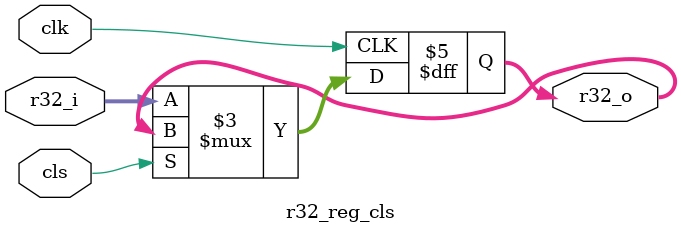
<source format=v>

module add32(
        input [31:0]d_i,
        output [31:0]d_o
    );
    assign d_o = d_i + 4;
endmodule


module jack(
        input [31:0] ins_i ,
        output [4:0] rs_o,
        output [4:0] rt_o,
        output [4:0] rd_o
    );
    assign rs_o = ins_i[25:21];
    assign rt_o = ins_i[20:16];
    assign rd_o = ins_i[15:11];
endmodule



`define  WB_ALU    0
`define WB_MEM     1
`define  WB_NOP    0


module wb_mux(
        input [31:0]alu_i,
        input [31:0]dmem_i,
        input sel,
        output [31:0]wb_o
    );

    assign wb_o = (sel==`WB_MEM)?dmem_i:alu_i;

endmodule

module or32(
    input [31:0]a,
    input [31:0]b,
    output [31:0]c
    );
    
    assign c = a|b ;

endmodule

`define RD_RD   1
`define RD_RT   2
`define RD_R31 3
`define RD_NOP 0
`define RD_ZR 0

module rd_sel(
        input [4:0]rd_i,
        input [4:0]rt_i,
        input[1:0] ctl,
        output reg [4:0]rd_o
    );

    always @(*)
    case (ctl)
        `RD_RD:rd_o=rd_i;
        `RD_RT:rd_o=rt_i;
        `RD_R31:rd_o='d31;
        default :
            rd_o=0;
    endcase

endmodule

//these modules below are genated automaticly by a software written in C language...

`define EXT_CTL_LEN 3
`define RD_SEL_LEN 2
`define CMP_CTL_LEN 3
`define PC_GEN_CTL_LEN 3
`define FSM_CTL_LEN 3
`define MUXA_CTL_LEN 2
`define MUXB_CTL_LEN 2
`define ALU_FUNC_LEN 5
`define ALU_WE_LEN 1
`define DMEM_CTL_LEN 4
`define WB_MUX_CTL_LEN 1
`define WB_WE_LEN 1	
`define INS_LEN 32
`define PC_LEN 32
`define SPC_LEN 32	 
`define R32_LEN 32
`define R5_LEN 5		
`define R1_LEN 1
`define R2_LEN 2
`define R3_LEN 3
`define R4_LEN 4

module ext_ctl_reg_clr_cls(input[`EXT_CTL_LEN-1:0] ext_ctl_i,output reg[`EXT_CTL_LEN-1:0] ext_ctl_o,input clk,input clr,input cls);always@(posedge clk)if(clr) ext_ctl_o<=0;else if(cls)ext_ctl_o<=ext_ctl_o;else ext_ctl_o<=ext_ctl_i;endmodule
module rd_sel_reg_clr_cls(input[`RD_SEL_LEN-1:0] rd_sel_i,output reg[`RD_SEL_LEN-1:0] rd_sel_o,input clk,input clr,input cls);always@(posedge clk)if(clr) rd_sel_o<=0;else if(cls)rd_sel_o<=rd_sel_o;else rd_sel_o<=rd_sel_i;endmodule
module cmp_ctl_reg_clr_cls(input[`CMP_CTL_LEN-1:0] cmp_ctl_i,output reg[`CMP_CTL_LEN-1:0] cmp_ctl_o,input clk,input clr,input cls);always@(posedge clk)if(clr) cmp_ctl_o<=0;else if(cls)cmp_ctl_o<=cmp_ctl_o;else cmp_ctl_o<=cmp_ctl_i;endmodule
module pc_gen_ctl_reg_clr_cls(input[`PC_GEN_CTL_LEN-1:0] pc_gen_ctl_i,output reg[`PC_GEN_CTL_LEN-1:0] pc_gen_ctl_o,input clk,input clr,input cls);always@(posedge clk)if(clr) pc_gen_ctl_o<=0;else if(cls)pc_gen_ctl_o<=pc_gen_ctl_o;else pc_gen_ctl_o<=pc_gen_ctl_i;endmodule
module fsm_ctl_reg_clr_cls(input[`FSM_CTL_LEN-1:0] fsm_ctl_i,output reg[`FSM_CTL_LEN-1:0] fsm_ctl_o,input clk,input clr,input cls);always@(posedge clk)if(clr) fsm_ctl_o<=0;else if(cls)fsm_ctl_o<=fsm_ctl_o;else fsm_ctl_o<=fsm_ctl_i;endmodule
module muxa_ctl_reg_clr_cls(input[`MUXA_CTL_LEN-1:0] muxa_ctl_i,output reg[`MUXA_CTL_LEN-1:0] muxa_ctl_o,input clk,input clr,input cls);always@(posedge clk)if(clr) muxa_ctl_o<=0;else if(cls)muxa_ctl_o<=muxa_ctl_o;else muxa_ctl_o<=muxa_ctl_i;endmodule
module muxb_ctl_reg_clr_cls(input[`MUXB_CTL_LEN-1:0] muxb_ctl_i,output reg[`MUXB_CTL_LEN-1:0] muxb_ctl_o,input clk,input clr,input cls);always@(posedge clk)if(clr) muxb_ctl_o<=0;else if(cls)muxb_ctl_o<=muxb_ctl_o;else muxb_ctl_o<=muxb_ctl_i;endmodule
module alu_func_reg_clr_cls(input[`ALU_FUNC_LEN-1:0] alu_func_i,output reg[`ALU_FUNC_LEN-1:0] alu_func_o,input clk,input clr,input cls);always@(posedge clk)if(clr) alu_func_o<=0;else if(cls)alu_func_o<=alu_func_o;else alu_func_o<=alu_func_i;endmodule
module alu_we_reg_clr_cls(input[`ALU_WE_LEN-1:0] alu_we_i,output reg[`ALU_WE_LEN-1:0] alu_we_o,input clk,input clr,input cls);always@(posedge clk)if(clr) alu_we_o<=0;else if(cls)alu_we_o<=alu_we_o;else alu_we_o<=alu_we_i;endmodule
module dmem_ctl_reg_clr_cls(input[`DMEM_CTL_LEN-1:0] dmem_ctl_i,output reg[`DMEM_CTL_LEN-1:0] dmem_ctl_o,input clk,input clr,input cls);always@(posedge clk)if(clr) dmem_ctl_o<=0;else if(cls)dmem_ctl_o<=dmem_ctl_o;else dmem_ctl_o<=dmem_ctl_i;endmodule
module wb_mux_ctl_reg_clr_cls(input[`WB_MUX_CTL_LEN-1:0] wb_mux_ctl_i,output reg[`WB_MUX_CTL_LEN-1:0] wb_mux_ctl_o,input clk,input clr,input cls);always@(posedge clk)if(clr) wb_mux_ctl_o<=0;else if(cls)wb_mux_ctl_o<=wb_mux_ctl_o;else wb_mux_ctl_o<=wb_mux_ctl_i;endmodule
module wb_we_reg_clr_cls(input[`WB_WE_LEN-1:0] wb_we_i,output reg[`WB_WE_LEN-1:0] wb_we_o,input clk,input clr,input cls);always@(posedge clk)if(clr) wb_we_o<=0;else if(cls)wb_we_o<=wb_we_o;else wb_we_o<=wb_we_i;endmodule
module ins_reg_clr_cls(input[`INS_LEN-1:0] ins_i,output reg[`INS_LEN-1:0] ins_o,input clk,input clr,input cls);always@(posedge clk)if(clr) ins_o<=0;else if(cls)ins_o<=ins_o;else ins_o<=ins_i;endmodule
module pc_reg_clr_cls(input[`PC_LEN-1:0] pc_i,output reg[`PC_LEN-1:0] pc_o,input clk,input clr,input cls);always@(posedge clk)if(clr) pc_o<=0;else if(cls)pc_o<=pc_o;else pc_o<=pc_i;endmodule
module spc_reg_clr_cls(input[`SPC_LEN-1:0] spc_i,output reg[`SPC_LEN-1:0] spc_o,input clk,input clr,input cls);always@(posedge clk)if(clr) spc_o<=0;else if(cls)spc_o<=spc_o;else spc_o<=spc_i;endmodule
module r1_reg_clr_cls(input[`R1_LEN-1:0] r1_i,output reg[`R1_LEN-1:0] r1_o,input clk,input clr,input cls);always@(posedge clk)if(clr) r1_o<=0;else if(cls)r1_o<=r1_o;else r1_o<=r1_i;endmodule
module r2_reg_clr_cls(input[`R2_LEN-1:0] r2_i,output reg[`R2_LEN-1:0] r2_o,input clk,input clr,input cls);always@(posedge clk)if(clr) r2_o<=0;else if(cls)r2_o<=r2_o;else r2_o<=r2_i;endmodule
module r3_reg_clr_cls(input[`R3_LEN-1:0] r3_i,output reg[`R3_LEN-1:0] r3_o,input clk,input clr,input cls);always@(posedge clk)if(clr) r3_o<=0;else if(cls)r3_o<=r3_o;else r3_o<=r3_i;endmodule
module r4_reg_clr_cls(input[`R4_LEN-1:0] r4_i,output reg[`R4_LEN-1:0] r4_o,input clk,input clr,input cls);always@(posedge clk)if(clr) r4_o<=0;else if(cls)r4_o<=r4_o;else r4_o<=r4_i;endmodule
module r5_reg_clr_cls(input[`R5_LEN-1:0] r5_i,output reg[`R5_LEN-1:0] r5_o,input clk,input clr,input cls);always@(posedge clk)if(clr) r5_o<=0;else if(cls)r5_o<=r5_o;else r5_o<=r5_i;endmodule
module r32_reg_clr_cls(input[`R32_LEN-1:0] r32_i,output reg[`R32_LEN-1:0] r32_o,input clk,input clr,input cls);always@(posedge clk)if(clr) r32_o<=0;else if(cls)r32_o<=r32_o;else r32_o<=r32_i;endmodule


module ext_ctl_reg_clr(input[`EXT_CTL_LEN-1:0] ext_ctl_i,output reg[`EXT_CTL_LEN-1:0] ext_ctl_o,input clk,input clr);always@(posedge clk)if(clr)ext_ctl_o<=0;else ext_ctl_o<=ext_ctl_i;endmodule
module rd_sel_reg_clr(input[`RD_SEL_LEN-1:0] rd_sel_i,output reg[`RD_SEL_LEN-1:0] rd_sel_o,input clk,input clr);always@(posedge clk)if(clr)rd_sel_o<=0;else rd_sel_o<=rd_sel_i;endmodule
module cmp_ctl_reg_clr(input[`CMP_CTL_LEN-1:0] cmp_ctl_i,output reg[`CMP_CTL_LEN-1:0] cmp_ctl_o,input clk,input clr);always@(posedge clk)if(clr)cmp_ctl_o<=0;else cmp_ctl_o<=cmp_ctl_i;endmodule
module pc_gen_ctl_reg_clr(input[`PC_GEN_CTL_LEN-1:0] pc_gen_ctl_i,output reg[`PC_GEN_CTL_LEN-1:0] pc_gen_ctl_o,input clk,input clr);always@(posedge clk)if(clr)pc_gen_ctl_o<=0;else pc_gen_ctl_o<=pc_gen_ctl_i;endmodule
module fsm_ctl_reg_clr(input[`FSM_CTL_LEN-1:0] fsm_ctl_i,output reg[`FSM_CTL_LEN-1:0] fsm_ctl_o,input clk,input clr);always@(posedge clk)if(clr)fsm_ctl_o<=0;else fsm_ctl_o<=fsm_ctl_i;endmodule
module muxa_ctl_reg_clr(input[`MUXA_CTL_LEN-1:0] muxa_ctl_i,output reg[`MUXA_CTL_LEN-1:0] muxa_ctl_o,input clk,input clr);always@(posedge clk)if(clr)muxa_ctl_o<=0;else muxa_ctl_o<=muxa_ctl_i;endmodule
module muxb_ctl_reg_clr(input[`MUXB_CTL_LEN-1:0] muxb_ctl_i,output reg[`MUXB_CTL_LEN-1:0] muxb_ctl_o,input clk,input clr);always@(posedge clk)if(clr)muxb_ctl_o<=0;else muxb_ctl_o<=muxb_ctl_i;endmodule
module alu_func_reg_clr(input[`ALU_FUNC_LEN-1:0] alu_func_i,output reg[`ALU_FUNC_LEN-1:0] alu_func_o,input clk,input clr);always@(posedge clk)if(clr)alu_func_o<=0;else alu_func_o<=alu_func_i;endmodule
module alu_we_reg_clr(input[`ALU_WE_LEN-1:0] alu_we_i,output reg[`ALU_WE_LEN-1:0] alu_we_o,input clk,input clr);always@(posedge clk)if(clr)alu_we_o<=0;else alu_we_o<=alu_we_i;endmodule
module dmem_ctl_reg_clr(input[`DMEM_CTL_LEN-1:0] dmem_ctl_i,output reg[`DMEM_CTL_LEN-1:0] dmem_ctl_o,input clk,input clr);always@(posedge clk)if(clr)dmem_ctl_o<=0;else dmem_ctl_o<=dmem_ctl_i;endmodule
module wb_mux_ctl_reg_clr(input[`WB_MUX_CTL_LEN-1:0] wb_mux_ctl_i,output reg[`WB_MUX_CTL_LEN-1:0] wb_mux_ctl_o,input clk,input clr);always@(posedge clk)if(clr)wb_mux_ctl_o<=0;else wb_mux_ctl_o<=wb_mux_ctl_i;endmodule
module wb_we_reg_clr(input[`WB_WE_LEN-1:0] wb_we_i,output reg[`WB_WE_LEN-1:0] wb_we_o,input clk,input clr);always@(posedge clk)if(clr)wb_we_o<=0;else wb_we_o<=wb_we_i;endmodule
module ins_reg_clr(input[`INS_LEN-1:0] ins_i,output reg[`INS_LEN-1:0] ins_o,input clk,input clr);always@(posedge clk)if(clr)ins_o<=0;else ins_o<=ins_i;endmodule
module pc_reg_clr(input[`PC_LEN-1:0] pc_i,output reg[`PC_LEN-1:0] pc_o,input clk,input clr);always@(posedge clk)if(clr)pc_o<=0;else pc_o<=pc_i;endmodule
module spc_reg_clr(input[`SPC_LEN-1:0] spc_i,output reg[`SPC_LEN-1:0] spc_o,input clk,input clr);always@(posedge clk)if(clr)spc_o<=0;else spc_o<=spc_i;endmodule
module r1_reg_clr(input[`R1_LEN-1:0] r1_i,output reg[`R1_LEN-1:0] r1_o,input clk,input clr);always@(posedge clk)if(clr)r1_o<=0;else r1_o<=r1_i;endmodule
module r2_reg_clr(input[`R2_LEN-1:0] r2_i,output reg[`R2_LEN-1:0] r2_o,input clk,input clr);always@(posedge clk)if(clr)r2_o<=0;else r2_o<=r2_i;endmodule
module r3_reg_clr(input[`R3_LEN-1:0] r3_i,output reg[`R3_LEN-1:0] r3_o,input clk,input clr);always@(posedge clk)if(clr)r3_o<=0;else r3_o<=r3_i;endmodule
module r4_reg_clr(input[`R4_LEN-1:0] r4_i,output reg[`R4_LEN-1:0] r4_o,input clk,input clr);always@(posedge clk)if(clr)r4_o<=0;else r4_o<=r4_i;endmodule
module r5_reg_clr(input[`R5_LEN-1:0] r5_i,output reg[`R5_LEN-1:0] r5_o,input clk,input clr);always@(posedge clk)if(clr)r5_o<=0;else r5_o<=r5_i;endmodule
module r32_reg_clr(input[`R32_LEN-1:0] r32_i,output reg[`R32_LEN-1:0] r32_o,input clk,input clr);always@(posedge clk)if(clr)r32_o<=0;else r32_o<=r32_i;endmodule


module ext_ctl_reg(input[`EXT_CTL_LEN-1:0] ext_ctl_i,output reg[`EXT_CTL_LEN-1:0] ext_ctl_o,input clk);always@(posedge clk) ext_ctl_o<=ext_ctl_i;endmodule
module rd_sel_reg(input[`RD_SEL_LEN-1:0] rd_sel_i,output reg[`RD_SEL_LEN-1:0] rd_sel_o,input clk);always@(posedge clk) rd_sel_o<=rd_sel_i;endmodule
module cmp_ctl_reg(input[`CMP_CTL_LEN-1:0] cmp_ctl_i,output reg[`CMP_CTL_LEN-1:0] cmp_ctl_o,input clk);always@(posedge clk) cmp_ctl_o<=cmp_ctl_i;endmodule
module pc_gen_ctl_reg(input[`PC_GEN_CTL_LEN-1:0] pc_gen_ctl_i,output reg[`PC_GEN_CTL_LEN-1:0] pc_gen_ctl_o,input clk);always@(posedge clk) pc_gen_ctl_o<=pc_gen_ctl_i;endmodule
module fsm_ctl_reg(input[`FSM_CTL_LEN-1:0] fsm_ctl_i,output reg[`FSM_CTL_LEN-1:0] fsm_ctl_o,input clk);always@(posedge clk) fsm_ctl_o<=fsm_ctl_i;endmodule
module muxa_ctl_reg(input[`MUXA_CTL_LEN-1:0] muxa_ctl_i,output reg[`MUXA_CTL_LEN-1:0] muxa_ctl_o,input clk);always@(posedge clk) muxa_ctl_o<=muxa_ctl_i;endmodule
module muxb_ctl_reg(input[`MUXB_CTL_LEN-1:0] muxb_ctl_i,output reg[`MUXB_CTL_LEN-1:0] muxb_ctl_o,input clk);always@(posedge clk) muxb_ctl_o<=muxb_ctl_i;endmodule
module alu_func_reg(input[`ALU_FUNC_LEN-1:0] alu_func_i,output reg[`ALU_FUNC_LEN-1:0] alu_func_o,input clk);always@(posedge clk) alu_func_o<=alu_func_i;endmodule
module alu_we_reg(input[`ALU_WE_LEN-1:0] alu_we_i,output reg[`ALU_WE_LEN-1:0] alu_we_o,input clk);always@(posedge clk) alu_we_o<=alu_we_i;endmodule
module dmem_ctl_reg(input[`DMEM_CTL_LEN-1:0] dmem_ctl_i,output reg[`DMEM_CTL_LEN-1:0] dmem_ctl_o,input clk);always@(posedge clk) dmem_ctl_o<=dmem_ctl_i;endmodule
module wb_mux_ctl_reg(input[`WB_MUX_CTL_LEN-1:0] wb_mux_ctl_i,output reg[`WB_MUX_CTL_LEN-1:0] wb_mux_ctl_o,input clk);always@(posedge clk) wb_mux_ctl_o<=wb_mux_ctl_i;endmodule
module wb_we_reg(input[`WB_WE_LEN-1:0] wb_we_i,output reg[`WB_WE_LEN-1:0] wb_we_o,input clk);always@(posedge clk) wb_we_o<=wb_we_i;endmodule
module ins_reg(input[`INS_LEN-1:0] ins_i,output reg[`INS_LEN-1:0] ins_o,input clk);always@(posedge clk) ins_o<=ins_i;endmodule
module pc_reg(input[`PC_LEN-1:0] pc_i,output reg[`PC_LEN-1:0] pc_o,input clk);always@(posedge clk) pc_o<=pc_i;endmodule
module spc_reg(input[`SPC_LEN-1:0] spc_i,output reg[`SPC_LEN-1:0] spc_o,input clk);always@(posedge clk) spc_o<=spc_i;endmodule
module r1_reg(input[`R1_LEN-1:0] r1_i,output reg[`R1_LEN-1:0] r1_o,input clk);always@(posedge clk) r1_o<=r1_i;endmodule
module r2_reg(input[`R2_LEN-1:0] r2_i,output reg[`R2_LEN-1:0] r2_o,input clk);always@(posedge clk) r2_o<=r2_i;endmodule
module r3_reg(input[`R3_LEN-1:0] r3_i,output reg[`R3_LEN-1:0] r3_o,input clk);always@(posedge clk) r3_o<=r3_i;endmodule
module r4_reg(input[`R4_LEN-1:0] r4_i,output reg[`R4_LEN-1:0] r4_o,input clk);always@(posedge clk) r4_o<=r4_i;endmodule
module r5_reg(input[`R5_LEN-1:0] r5_i,output reg[`R5_LEN-1:0] r5_o,input clk);always@(posedge clk) r5_o<=r5_i;endmodule
module r32_reg(input[`R32_LEN-1:0] r32_i,output reg[`R32_LEN-1:0] r32_o,input clk);always@(posedge clk) r32_o<=r32_i;endmodule


module ext_ctl_reg_cls(input[`EXT_CTL_LEN-1:0] ext_ctl_i,output reg[`EXT_CTL_LEN-1:0] ext_ctl_o,input clk,input cls);always@(posedge clk)if(cls) ext_ctl_o<=ext_ctl_o;else ext_ctl_o<=ext_ctl_i;endmodule
module rd_sel_reg_cls(input[`RD_SEL_LEN-1:0] rd_sel_i,output reg[`RD_SEL_LEN-1:0] rd_sel_o,input clk,input cls);always@(posedge clk)if(cls) rd_sel_o<=rd_sel_o;else rd_sel_o<=rd_sel_i;endmodule
module cmp_ctl_reg_cls(input[`CMP_CTL_LEN-1:0] cmp_ctl_i,output reg[`CMP_CTL_LEN-1:0] cmp_ctl_o,input clk,input cls);always@(posedge clk)if(cls) cmp_ctl_o<=cmp_ctl_o;else cmp_ctl_o<=cmp_ctl_i;endmodule
module pc_gen_ctl_reg_cls(input[`PC_GEN_CTL_LEN-1:0] pc_gen_ctl_i,output reg[`PC_GEN_CTL_LEN-1:0] pc_gen_ctl_o,input clk,input cls);always@(posedge clk)if(cls) pc_gen_ctl_o<=pc_gen_ctl_o;else pc_gen_ctl_o<=pc_gen_ctl_i;endmodule
module fsm_ctl_reg_cls(input[`FSM_CTL_LEN-1:0] fsm_ctl_i,output reg[`FSM_CTL_LEN-1:0] fsm_ctl_o,input clk,input cls);always@(posedge clk)if(cls) fsm_ctl_o<=fsm_ctl_o;else fsm_ctl_o<=fsm_ctl_i;endmodule
module muxa_ctl_reg_cls(input[`MUXA_CTL_LEN-1:0] muxa_ctl_i,output reg[`MUXA_CTL_LEN-1:0] muxa_ctl_o,input clk,input cls);always@(posedge clk)if(cls) muxa_ctl_o<=muxa_ctl_o;else muxa_ctl_o<=muxa_ctl_i;endmodule
module muxb_ctl_reg_cls(input[`MUXB_CTL_LEN-1:0] muxb_ctl_i,output reg[`MUXB_CTL_LEN-1:0] muxb_ctl_o,input clk,input cls);always@(posedge clk)if(cls) muxb_ctl_o<=muxb_ctl_o;else muxb_ctl_o<=muxb_ctl_i;endmodule
module alu_func_reg_cls(input[`ALU_FUNC_LEN-1:0] alu_func_i,output reg[`ALU_FUNC_LEN-1:0] alu_func_o,input clk,input cls);always@(posedge clk)if(cls) alu_func_o<=alu_func_o;else alu_func_o<=alu_func_i;endmodule
module alu_we_reg_cls(input[`ALU_WE_LEN-1:0] alu_we_i,output reg[`ALU_WE_LEN-1:0] alu_we_o,input clk,input cls);always@(posedge clk)if(cls) alu_we_o<=alu_we_o;else alu_we_o<=alu_we_i;endmodule
module dmem_ctl_reg_cls(input[`DMEM_CTL_LEN-1:0] dmem_ctl_i,output reg[`DMEM_CTL_LEN-1:0] dmem_ctl_o,input clk,input cls);always@(posedge clk)if(cls) dmem_ctl_o<=dmem_ctl_o;else dmem_ctl_o<=dmem_ctl_i;endmodule
module wb_mux_ctl_reg_cls(input[`WB_MUX_CTL_LEN-1:0] wb_mux_ctl_i,output reg[`WB_MUX_CTL_LEN-1:0] wb_mux_ctl_o,input clk,input cls);always@(posedge clk)if(cls) wb_mux_ctl_o<=wb_mux_ctl_o;else wb_mux_ctl_o<=wb_mux_ctl_i;endmodule
module wb_we_reg_cls(input[`WB_WE_LEN-1:0] wb_we_i,output reg[`WB_WE_LEN-1:0] wb_we_o,input clk,input cls);always@(posedge clk)if(cls) wb_we_o<=wb_we_o;else wb_we_o<=wb_we_i;endmodule
module ins_reg_cls(input[`INS_LEN-1:0] ins_i,output reg[`INS_LEN-1:0] ins_o,input clk,input cls);always@(posedge clk)if(cls) ins_o<=ins_o;else ins_o<=ins_i;endmodule
module pc_reg_cls(input[`PC_LEN-1:0] pc_i,output reg[`PC_LEN-1:0] pc_o,input clk,input cls);always@(posedge clk)if(cls) pc_o<=pc_o;else pc_o<=pc_i;endmodule
module spc_reg_cls(input[`SPC_LEN-1:0] spc_i,output reg[`SPC_LEN-1:0] spc_o,input clk,input cls);always@(posedge clk)if(cls) spc_o<=spc_o;else spc_o<=spc_i;endmodule
module r1_reg_cls(input[`R1_LEN-1:0] r1_i,output reg[`R1_LEN-1:0] r1_o,input clk,input cls);always@(posedge clk)if(cls) r1_o<=r1_o;else r1_o<=r1_i;endmodule
module r2_reg_cls(input[`R2_LEN-1:0] r2_i,output reg[`R2_LEN-1:0] r2_o,input clk,input cls);always@(posedge clk)if(cls) r2_o<=r2_o;else r2_o<=r2_i;endmodule
module r3_reg_cls(input[`R3_LEN-1:0] r3_i,output reg[`R3_LEN-1:0] r3_o,input clk,input cls);always@(posedge clk)if(cls) r3_o<=r3_o;else r3_o<=r3_i;endmodule
module r4_reg_cls(input[`R4_LEN-1:0] r4_i,output reg[`R4_LEN-1:0] r4_o,input clk,input cls);always@(posedge clk)if(cls) r4_o<=r4_o;else r4_o<=r4_i;endmodule
module r5_reg_cls(input[`R5_LEN-1:0] r5_i,output reg[`R5_LEN-1:0] r5_o,input clk,input cls);always@(posedge clk)if(cls) r5_o<=r5_o;else r5_o<=r5_i;endmodule
module r32_reg_cls(input[`R32_LEN-1:0] r32_i,output reg[`R32_LEN-1:0] r32_o,input clk,input cls);always@(posedge clk)if(cls) r32_o<=r32_o;else r32_o<=r32_i;endmodule

</source>
